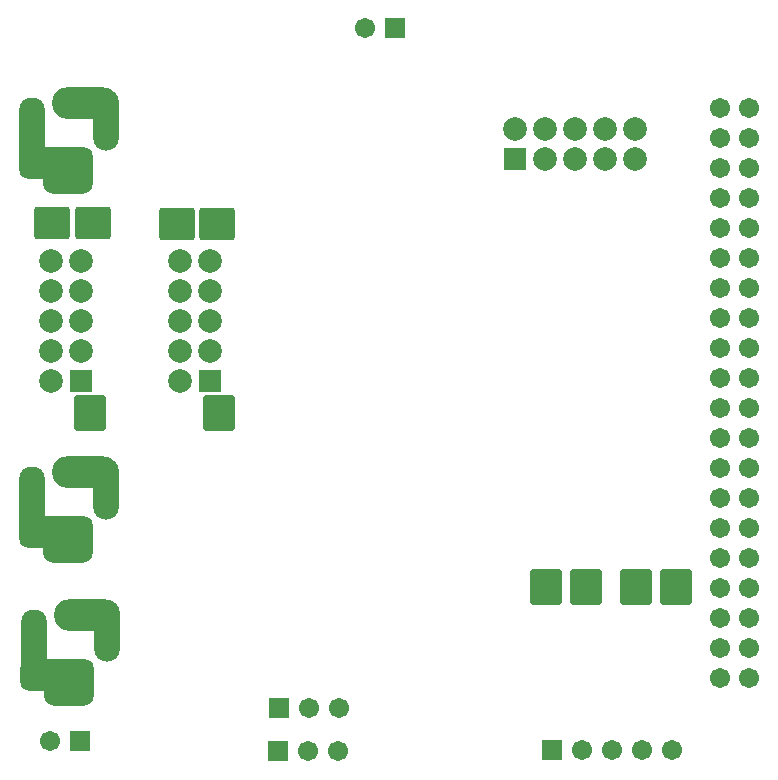
<source format=gbs>
%FSAX25Y25*%
%MOIN*%
G70*
G01*
G75*
G04 Layer_Color=16711935*
%ADD10R,0.02756X0.03543*%
%ADD11R,0.08661X0.07874*%
%ADD12R,0.03543X0.02756*%
%ADD13R,0.08071X0.07480*%
%ADD14R,0.07284X0.04921*%
%ADD15R,0.11417X0.06102*%
G04:AMPARAMS|DCode=16|XSize=50mil|YSize=100mil|CornerRadius=6.25mil|HoleSize=0mil|Usage=FLASHONLY|Rotation=0.000|XOffset=0mil|YOffset=0mil|HoleType=Round|Shape=RoundedRectangle|*
%AMROUNDEDRECTD16*
21,1,0.05000,0.08750,0,0,0.0*
21,1,0.03750,0.10000,0,0,0.0*
1,1,0.01250,0.01875,-0.04375*
1,1,0.01250,-0.01875,-0.04375*
1,1,0.01250,-0.01875,0.04375*
1,1,0.01250,0.01875,0.04375*
%
%ADD16ROUNDEDRECTD16*%
%ADD17R,0.05118X0.04331*%
%ADD18R,0.04331X0.05118*%
%ADD19R,0.03937X0.09449*%
%ADD20R,0.12992X0.09449*%
%ADD21R,0.08268X0.12598*%
%ADD22R,0.08268X0.03543*%
%ADD23O,0.02756X0.10827*%
%ADD24R,0.05906X0.11811*%
%ADD25C,0.04000*%
%ADD26C,0.02000*%
%ADD27C,0.10000*%
%ADD28C,0.01500*%
%ADD29C,0.03500*%
%ADD30C,0.07087*%
%ADD31R,0.06394X0.06394*%
%ADD32C,0.05906*%
%ADD33R,0.05906X0.05906*%
%ADD34R,0.06394X0.06394*%
%ADD35O,0.07874X0.25590*%
G04:AMPARAMS|DCode=36|XSize=157.48mil|YSize=118.11mil|CornerRadius=29.53mil|HoleSize=0mil|Usage=FLASHONLY|Rotation=180.000|XOffset=0mil|YOffset=0mil|HoleType=Round|Shape=RoundedRectangle|*
%AMROUNDEDRECTD36*
21,1,0.15748,0.05906,0,0,180.0*
21,1,0.09843,0.11811,0,0,180.0*
1,1,0.05906,-0.04921,0.02953*
1,1,0.05906,0.04921,0.02953*
1,1,0.05906,0.04921,-0.02953*
1,1,0.05906,-0.04921,-0.02953*
%
%ADD36ROUNDEDRECTD36*%
%ADD37O,0.07874X0.19685*%
%ADD38O,0.21260X0.09843*%
G04:AMPARAMS|DCode=39|XSize=236.22mil|YSize=98.43mil|CornerRadius=24.61mil|HoleSize=0mil|Usage=FLASHONLY|Rotation=180.000|XOffset=0mil|YOffset=0mil|HoleType=Round|Shape=RoundedRectangle|*
%AMROUNDEDRECTD39*
21,1,0.23622,0.04921,0,0,180.0*
21,1,0.18701,0.09843,0,0,180.0*
1,1,0.04921,-0.09350,0.02461*
1,1,0.04921,0.09350,0.02461*
1,1,0.04921,0.09350,-0.02461*
1,1,0.04921,-0.09350,-0.02461*
%
%ADD39ROUNDEDRECTD39*%
%ADD40C,0.16000*%
%ADD41C,0.24410*%
%ADD42C,0.04000*%
%ADD43C,0.05000*%
%ADD44C,0.03200*%
G04:AMPARAMS|DCode=45|XSize=50mil|YSize=100mil|CornerRadius=6.25mil|HoleSize=0mil|Usage=FLASHONLY|Rotation=90.000|XOffset=0mil|YOffset=0mil|HoleType=Round|Shape=RoundedRectangle|*
%AMROUNDEDRECTD45*
21,1,0.05000,0.08750,0,0,90.0*
21,1,0.03750,0.10000,0,0,90.0*
1,1,0.01250,0.04375,0.01875*
1,1,0.01250,0.04375,-0.01875*
1,1,0.01250,-0.04375,-0.01875*
1,1,0.01250,-0.04375,0.01875*
%
%ADD45ROUNDEDRECTD45*%
%ADD46C,0.00787*%
%ADD47C,0.00984*%
%ADD48C,0.01000*%
%ADD49C,0.00500*%
%ADD50C,0.01200*%
%ADD51C,0.00800*%
%ADD52R,0.07284X0.02165*%
G04:AMPARAMS|DCode=53|XSize=118mil|YSize=108mil|CornerRadius=13.5mil|HoleSize=0mil|Usage=FLASHONLY|Rotation=0.000|XOffset=0mil|YOffset=0mil|HoleType=Round|Shape=RoundedRectangle|*
%AMROUNDEDRECTD53*
21,1,0.11800,0.08100,0,0,0.0*
21,1,0.09100,0.10800,0,0,0.0*
1,1,0.02700,0.04550,-0.04050*
1,1,0.02700,-0.04550,-0.04050*
1,1,0.02700,-0.04550,0.04050*
1,1,0.02700,0.04550,0.04050*
%
%ADD53ROUNDEDRECTD53*%
%ADD54R,0.03556X0.04343*%
%ADD55R,0.09461X0.08674*%
%ADD56R,0.04343X0.03556*%
%ADD57R,0.08871X0.08280*%
%ADD58R,0.08083X0.05721*%
%ADD59R,0.12217X0.06902*%
G04:AMPARAMS|DCode=60|XSize=58mil|YSize=108mil|CornerRadius=10.25mil|HoleSize=0mil|Usage=FLASHONLY|Rotation=0.000|XOffset=0mil|YOffset=0mil|HoleType=Round|Shape=RoundedRectangle|*
%AMROUNDEDRECTD60*
21,1,0.05800,0.08750,0,0,0.0*
21,1,0.03750,0.10800,0,0,0.0*
1,1,0.02050,0.01875,-0.04375*
1,1,0.02050,-0.01875,-0.04375*
1,1,0.02050,-0.01875,0.04375*
1,1,0.02050,0.01875,0.04375*
%
%ADD60ROUNDEDRECTD60*%
%ADD61R,0.05918X0.05131*%
%ADD62R,0.05131X0.05918*%
%ADD63R,0.04737X0.10249*%
%ADD64R,0.13792X0.10249*%
%ADD65R,0.09068X0.13398*%
%ADD66R,0.09068X0.04343*%
%ADD67O,0.03556X0.11627*%
%ADD68R,0.06706X0.12611*%
%ADD69C,0.07887*%
%ADD70R,0.07194X0.07194*%
%ADD71C,0.06706*%
%ADD72R,0.06706X0.06706*%
%ADD73R,0.07194X0.07194*%
%ADD74O,0.08674X0.26391*%
G04:AMPARAMS|DCode=75|XSize=165.48mil|YSize=126.11mil|CornerRadius=33.53mil|HoleSize=0mil|Usage=FLASHONLY|Rotation=180.000|XOffset=0mil|YOffset=0mil|HoleType=Round|Shape=RoundedRectangle|*
%AMROUNDEDRECTD75*
21,1,0.16548,0.05906,0,0,180.0*
21,1,0.09843,0.12611,0,0,180.0*
1,1,0.06706,-0.04921,0.02953*
1,1,0.06706,0.04921,0.02953*
1,1,0.06706,0.04921,-0.02953*
1,1,0.06706,-0.04921,-0.02953*
%
%ADD75ROUNDEDRECTD75*%
%ADD76O,0.08674X0.20485*%
%ADD77O,0.22060X0.10642*%
G04:AMPARAMS|DCode=78|XSize=244.22mil|YSize=106.42mil|CornerRadius=28.61mil|HoleSize=0mil|Usage=FLASHONLY|Rotation=180.000|XOffset=0mil|YOffset=0mil|HoleType=Round|Shape=RoundedRectangle|*
%AMROUNDEDRECTD78*
21,1,0.24422,0.04921,0,0,180.0*
21,1,0.18701,0.10642,0,0,180.0*
1,1,0.05721,-0.09350,0.02461*
1,1,0.05721,0.09350,0.02461*
1,1,0.05721,0.09350,-0.02461*
1,1,0.05721,-0.09350,-0.02461*
%
%ADD78ROUNDEDRECTD78*%
G04:AMPARAMS|DCode=79|XSize=118mil|YSize=108mil|CornerRadius=13.5mil|HoleSize=0mil|Usage=FLASHONLY|Rotation=90.000|XOffset=0mil|YOffset=0mil|HoleType=Round|Shape=RoundedRectangle|*
%AMROUNDEDRECTD79*
21,1,0.11800,0.08100,0,0,90.0*
21,1,0.09100,0.10800,0,0,90.0*
1,1,0.02700,0.04050,0.04550*
1,1,0.02700,0.04050,-0.04550*
1,1,0.02700,-0.04050,-0.04550*
1,1,0.02700,-0.04050,0.04550*
%
%ADD79ROUNDEDRECTD79*%
G04:AMPARAMS|DCode=80|XSize=58mil|YSize=108mil|CornerRadius=10.25mil|HoleSize=0mil|Usage=FLASHONLY|Rotation=90.000|XOffset=0mil|YOffset=0mil|HoleType=Round|Shape=RoundedRectangle|*
%AMROUNDEDRECTD80*
21,1,0.05800,0.08750,0,0,90.0*
21,1,0.03750,0.10800,0,0,90.0*
1,1,0.02050,0.04375,0.01875*
1,1,0.02050,0.04375,-0.01875*
1,1,0.02050,-0.04375,-0.01875*
1,1,0.02050,-0.04375,0.01875*
%
%ADD80ROUNDEDRECTD80*%
D53*
X0113862Y0415673D02*
D03*
X0100362D02*
D03*
X0155362Y0415173D02*
D03*
X0141862D02*
D03*
D60*
X0110862Y0415673D02*
D03*
X0116862D02*
D03*
X0097362D02*
D03*
X0103362D02*
D03*
X0152362Y0415173D02*
D03*
X0158362D02*
D03*
X0138862D02*
D03*
X0144862D02*
D03*
D69*
X0100000Y0363000D02*
D03*
Y0373000D02*
D03*
Y0383000D02*
D03*
Y0393000D02*
D03*
Y0403000D02*
D03*
X0110000D02*
D03*
Y0393000D02*
D03*
Y0383000D02*
D03*
Y0373000D02*
D03*
X0143000Y0363000D02*
D03*
Y0373000D02*
D03*
Y0383000D02*
D03*
Y0393000D02*
D03*
Y0403000D02*
D03*
X0153000D02*
D03*
Y0393000D02*
D03*
Y0383000D02*
D03*
Y0373000D02*
D03*
X0254500Y0447000D02*
D03*
X0264500D02*
D03*
X0274500D02*
D03*
X0284500D02*
D03*
X0294500D02*
D03*
Y0437000D02*
D03*
X0284500D02*
D03*
X0274500D02*
D03*
X0264500D02*
D03*
D70*
X0110000Y0363000D02*
D03*
X0153000D02*
D03*
D71*
X0204500Y0480500D02*
D03*
X0099500Y0243000D02*
D03*
X0323039Y0454000D02*
D03*
Y0444000D02*
D03*
Y0434000D02*
D03*
Y0424000D02*
D03*
Y0414000D02*
D03*
Y0404000D02*
D03*
Y0394000D02*
D03*
Y0384000D02*
D03*
Y0374000D02*
D03*
Y0364000D02*
D03*
Y0354000D02*
D03*
Y0344000D02*
D03*
Y0334000D02*
D03*
Y0324000D02*
D03*
Y0314000D02*
D03*
Y0304000D02*
D03*
Y0294000D02*
D03*
Y0284000D02*
D03*
Y0274000D02*
D03*
Y0264000D02*
D03*
X0332685Y0264000D02*
D03*
Y0274000D02*
D03*
Y0284000D02*
D03*
Y0294000D02*
D03*
Y0304000D02*
D03*
Y0314000D02*
D03*
Y0324000D02*
D03*
Y0334000D02*
D03*
Y0344000D02*
D03*
Y0354000D02*
D03*
Y0364000D02*
D03*
Y0374000D02*
D03*
Y0384000D02*
D03*
Y0394000D02*
D03*
Y0404000D02*
D03*
Y0414000D02*
D03*
Y0424000D02*
D03*
Y0434000D02*
D03*
Y0444000D02*
D03*
Y0454000D02*
D03*
X0196000Y0254000D02*
D03*
X0186000D02*
D03*
X0195500Y0239500D02*
D03*
X0185500D02*
D03*
X0277000Y0240000D02*
D03*
X0287000D02*
D03*
X0297000D02*
D03*
X0307000D02*
D03*
D72*
X0214500Y0480500D02*
D03*
X0109500Y0243000D02*
D03*
X0176000Y0254000D02*
D03*
X0175500Y0239500D02*
D03*
X0267000Y0240000D02*
D03*
D73*
X0254500Y0437000D02*
D03*
D74*
X0093689Y0444161D02*
D03*
X0094189Y0273661D02*
D03*
X0093689Y0321161D02*
D03*
D75*
X0105500Y0431563D02*
D03*
X0106000Y0261063D02*
D03*
X0105500Y0308563D02*
D03*
D76*
X0118098Y0450067D02*
D03*
X0118598Y0279567D02*
D03*
X0118098Y0327067D02*
D03*
D77*
X0111406Y0455500D02*
D03*
X0111906Y0285000D02*
D03*
X0111406Y0332500D02*
D03*
D78*
X0101563Y0435500D02*
D03*
X0102063Y0265000D02*
D03*
X0101563Y0312500D02*
D03*
D79*
X0112862Y0352173D02*
D03*
X0155862D02*
D03*
X0278196Y0294173D02*
D03*
X0264862D02*
D03*
X0308362D02*
D03*
X0295029D02*
D03*
D80*
X0112862Y0349173D02*
D03*
Y0355173D02*
D03*
X0155862Y0349173D02*
D03*
Y0355173D02*
D03*
X0278196Y0297173D02*
D03*
Y0291173D02*
D03*
X0264862D02*
D03*
Y0297173D02*
D03*
X0308362D02*
D03*
Y0291173D02*
D03*
X0295029D02*
D03*
Y0297173D02*
D03*
M02*

</source>
